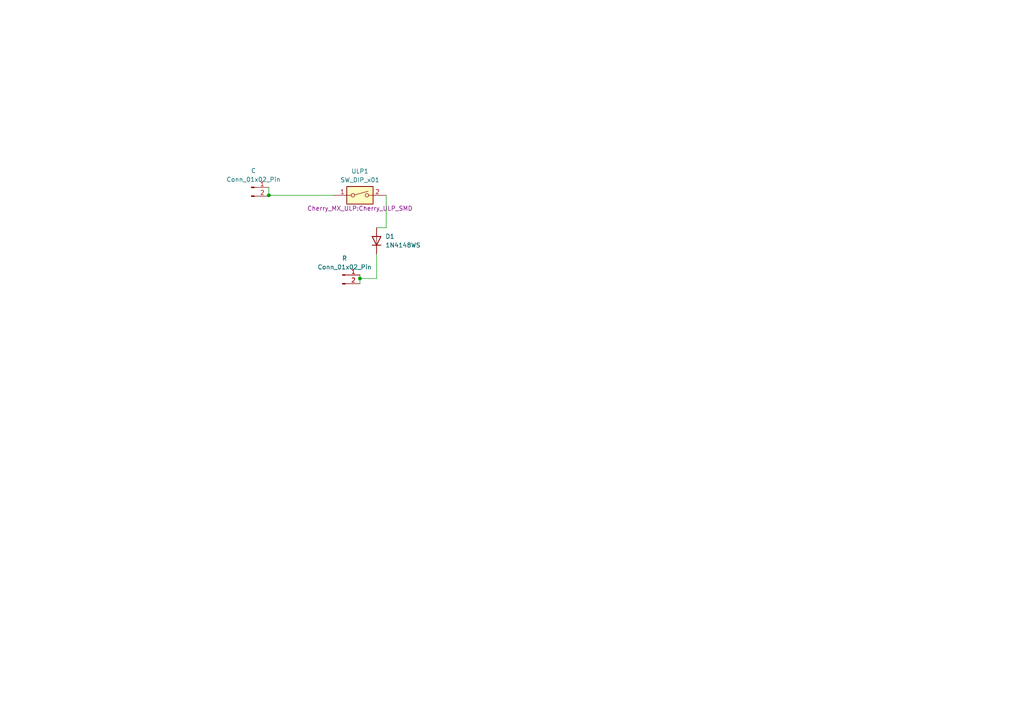
<source format=kicad_sch>
(kicad_sch (version 20230121) (generator eeschema)
  (paper "A4")
  (lib_symbols
    (symbol "Connector:Conn_01x02_Pin" (pin_names (offset 1.016) hide)
      (property "Reference" "J" (at 0 2.54 0))
      (property "Value" "Conn_01x02_Pin" (at 0 -5.08 0))
      (symbol "Conn_01x02_Pin_1_1"
        (polyline (pts (xy 1.27 -2.54) (xy 0.8636 -2.54)) (stroke (width 0.1524)))
        (polyline (pts (xy 1.27 0) (xy 0.8636 0)) (stroke (width 0.1524)))
        (rectangle (start 0.8636 -2.413) (end 0 -2.667) (stroke (width 0.1524)) (fill (type outline)))
        (rectangle (start 0.8636 0.127) (end 0 -0.127) (stroke (width 0.1524)) (fill (type outline)))
        (pin passive line (at 5.08 0 180) (length 3.81) (name "Pin_1") (number "1"))
        (pin passive line (at 5.08 -2.54 180) (length 3.81) (name "Pin_2") (number "2"))
      )
    )
    (symbol "Diode:1N4148WS" (pin_numbers hide) (pin_names hide)
      (property "Reference" "D" (at 0 2.54 0))
      (property "Value" "1N4148WS" (at 0 -2.54 0))
      (symbol "1N4148WS_0_1"
        (polyline (pts (xy -1.27 1.27) (xy -1.27 -1.27)) (stroke (width 0.254)))
        (polyline (pts (xy 1.27 0) (xy -1.27 0)))
        (polyline (pts (xy 1.27 1.27) (xy 1.27 -1.27) (xy -1.27 0) (xy 1.27 1.27)) (stroke (width 0.254)))
      )
      (symbol "1N4148WS_1_1"
        (pin passive line (at -3.81 0 0) (length 2.54) (name "K") (number "1"))
        (pin passive line (at 3.81 0 180) (length 2.54) (name "A") (number "2"))
      )
    )
    (symbol "Switch:SW_DIP_x01" (pin_names (offset 0) hide)
      (property "Reference" "SW" (at 0 3.81 0))
      (property "Value" "SW_DIP_x01" (at 0 -3.81 0))
      (symbol "SW_DIP_x01_0_0"
        (circle (center -2.032 0) (radius 0.508))
        (polyline (pts (xy -1.524 0.127) (xy 2.3622 1.1684)))
        (circle (center 2.032 0) (radius 0.508))
      )
      (symbol "SW_DIP_x01_0_1"
        (rectangle (start -3.81 2.54) (end 3.81 -2.54) (stroke (width 0.254)) (fill (type background)))
      )
      (symbol "SW_DIP_x01_1_1"
        (pin passive line (at -7.62 0 0) (length 5.08) (name "~") (number "1"))
        (pin passive line (at 7.62 0 180) (length 5.08) (name "~") (number "2"))
      )
    )
  )
  (junction (at 77.978 56.642))
  (junction (at 104.394 80.772))
  (wire (pts (xy 112.014 66.04) (xy 112.014 56.642)))
  (wire (pts (xy 104.394 79.756) (xy 104.394 80.772)))
  (wire (pts (xy 104.394 80.772) (xy 104.394 82.296)))
  (wire (pts (xy 77.978 56.642) (xy 96.774 56.642)))
  (wire (pts (xy 109.22 66.04) (xy 112.014 66.04)))
  (wire (pts (xy 109.22 80.772) (xy 104.394 80.772)))
  (wire (pts (xy 109.22 73.66) (xy 109.22 80.772)))
  (wire (pts (xy 77.978 54.356) (xy 77.978 56.642)))
  (wire (pts (xy 77.978 56.642) (xy 77.978 56.896)))
  (symbol (lib_id "Switch:SW_DIP_x01") (at 104.394 56.642 0) (unit 1)
    (property "Reference" "ULP1" (at 104.394 49.657 0))
    (property "Value" "SW_DIP_x01" (at 104.394 52.197 0))
    (property "Footprint" "Cherry_MX_ULP:Cherry_ULP_SMD" (at 104.394 60.452 0))
  )
  (symbol (lib_id "Diode:1N4148WS") (at 109.22 69.85 90) (unit 1)
    (property "Reference" "D1" (at 111.76 68.58 90) (effects (justify right)))
    (property "Value" "1N4148WS" (at 111.76 71.12 90) (effects (justify right)))
    (property "Footprint" "Diode_SMD:D_SOD-323" (effects hide))
    (property "Datasheet" "https://www.vishay.com/docs/85751/1n4148ws.pdf" (effects hide))
    (property "Sim.Device" "D" (effects hide))
    (property "Sim.Pins" "1=K 2=A" (effects hide))
  )
  (symbol (lib_id "Connector:Conn_01x02_Pin") (at 72.898 54.356 0) (unit 1)
    (property "Reference" "C" (at 73.533 49.53 0))
    (property "Value" "Conn_01x02_Pin" (at 73.533 52.07 0))
  )
  (symbol (lib_id "Connector:Conn_01x02_Pin") (at 99.314 79.756 0) (unit 1)
    (property "Reference" "R" (at 99.949 74.93 0))
    (property "Value" "Conn_01x02_Pin" (at 99.949 77.47 0))
  )
)
</source>
